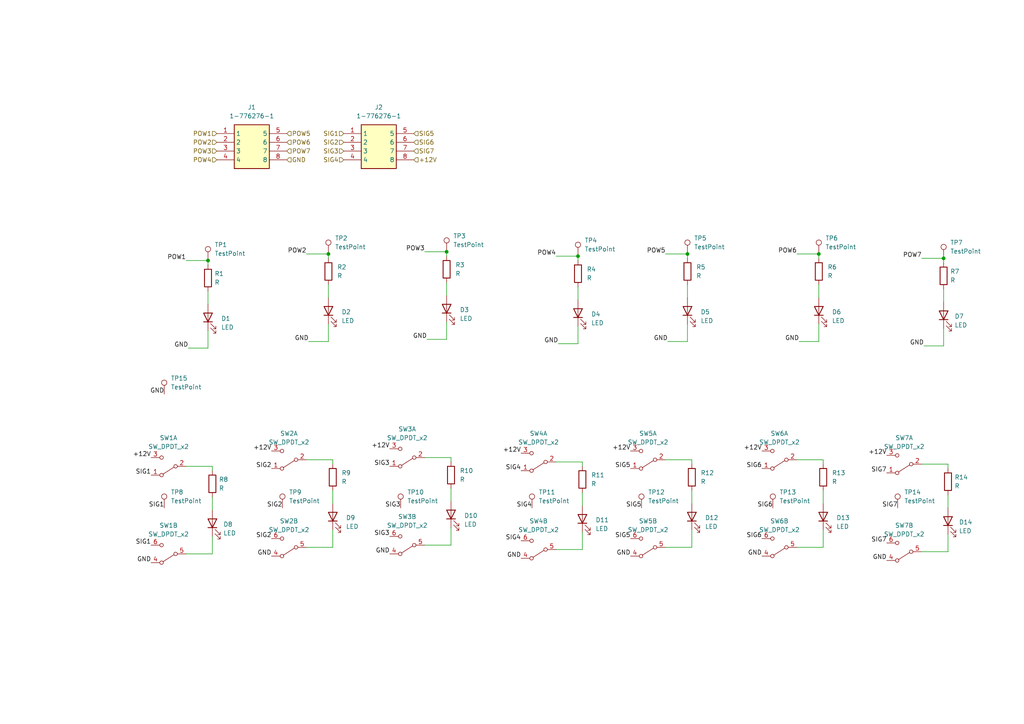
<source format=kicad_sch>
(kicad_sch (version 20230121) (generator eeschema)
  (paper "A4")
  (lib_symbols
    (symbol "1-776276-1:1-776276-1"
      (property "Reference" "J" (at 16.51 7.62 0))
      (property "Value" "1-776276-1" (at 16.51 5.08 0))
      (symbol "1-776276-1_1_1"
        (rectangle (start 5.08 2.54) (end 15.24 -10.16) (stroke (width 0.254)) (fill (type background)))
        (pin passive line (at 0 0 0) (length 5.08) (name "1") (number "1"))
        (pin passive line (at 0 -2.54 0) (length 5.08) (name "2") (number "2"))
        (pin passive line (at 0 -5.08 0) (length 5.08) (name "3") (number "3"))
        (pin passive line (at 0 -7.62 0) (length 5.08) (name "4") (number "4"))
        (pin passive line (at 20.32 0 180) (length 5.08) (name "5") (number "5"))
        (pin passive line (at 20.32 -2.54 180) (length 5.08) (name "6") (number "6"))
        (pin passive line (at 20.32 -5.08 180) (length 5.08) (name "7") (number "7"))
        (pin passive line (at 20.32 -7.62 180) (length 5.08) (name "8") (number "8"))
      )
    )
    (symbol "Connector:TestPoint" (pin_numbers hide) (pin_names (offset 0.762) hide)
      (property "Reference" "TP" (at 0 6.858 0))
      (property "Value" "TestPoint" (at 0 5.08 0))
      (symbol "TestPoint_0_1"
        (circle (center 0 3.302) (radius 0.762))
      )
      (symbol "TestPoint_1_1"
        (pin passive line (at 0 0 90) (length 2.54) (name "1") (number "1"))
      )
    )
    (symbol "Device:LED" (pin_numbers hide) (pin_names (offset 1.016) hide)
      (property "Reference" "D" (at 0 2.54 0))
      (property "Value" "LED" (at 0 -2.54 0))
      (symbol "LED_0_1"
        (polyline (pts (xy -1.27 -1.27) (xy -1.27 1.27)) (stroke (width 0.254)))
        (polyline (pts (xy -1.27 0) (xy 1.27 0)))
        (polyline (pts (xy 1.27 -1.27) (xy 1.27 1.27) (xy -1.27 0) (xy 1.27 -1.27)) (stroke (width 0.254)))
        (polyline (pts (xy -3.048 -0.762) (xy -4.572 -2.286) (xy -3.81 -2.286) (xy -4.572 -2.286) (xy -4.572 -1.524)))
        (polyline (pts (xy -1.778 -0.762) (xy -3.302 -2.286) (xy -2.54 -2.286) (xy -3.302 -2.286) (xy -3.302 -1.524)))
      )
      (symbol "LED_1_1"
        (pin passive line (at -3.81 0 0) (length 2.54) (name "K") (number "1"))
        (pin passive line (at 3.81 0 180) (length 2.54) (name "A") (number "2"))
      )
    )
    (symbol "Device:R" (pin_numbers hide) (pin_names (offset 0))
      (property "Reference" "R" (at 2.032 0 90))
      (property "Value" "R" (at 0 0 90))
      (symbol "R_0_1"
        (rectangle (start -1.016 -2.54) (end 1.016 2.54) (stroke (width 0.254)))
      )
      (symbol "R_1_1"
        (pin passive line (at 0 3.81 270) (length 1.27) (name "~") (number "1"))
        (pin passive line (at 0 -3.81 90) (length 1.27) (name "~") (number "2"))
      )
    )
    (symbol "Switch:SW_DPDT_x2" (pin_names (offset 0) hide)
      (property "Reference" "SW" (at 0 4.318 0))
      (property "Value" "SW_DPDT_x2" (at 0 -5.08 0))
      (symbol "SW_DPDT_x2_0_0"
        (circle (center -2.032 0) (radius 0.508))
        (circle (center 2.032 -2.54) (radius 0.508))
      )
      (symbol "SW_DPDT_x2_0_1"
        (polyline (pts (xy -1.524 0.254) (xy 1.651 2.286)))
        (circle (center 2.032 2.54) (radius 0.508))
      )
      (symbol "SW_DPDT_x2_1_1"
        (pin passive line (at 5.08 2.54 180) (length 2.54) (name "A") (number "1"))
        (pin passive line (at -5.08 0 0) (length 2.54) (name "B") (number "2"))
        (pin passive line (at 5.08 -2.54 180) (length 2.54) (name "C") (number "3"))
      )
      (symbol "SW_DPDT_x2_2_1"
        (pin passive line (at 5.08 2.54 180) (length 2.54) (name "A") (number "4"))
        (pin passive line (at -5.08 0 0) (length 2.54) (name "B") (number "5"))
        (pin passive line (at 5.08 -2.54 180) (length 2.54) (name "C") (number "6"))
      )
    )
  )
  (junction (at 60.325 75.565))
  (junction (at 129.54 73.025))
  (junction (at 167.64 74.295))
  (junction (at 273.685 74.93))
  (junction (at 95.25 73.66))
  (junction (at 199.39 73.66))
  (junction (at 237.49 73.66))
  (wire (pts (xy 129.54 93.345) (xy 129.54 98.425)))
  (wire (pts (xy 53.975 75.565) (xy 60.325 75.565)))
  (wire (pts (xy 274.955 143.51) (xy 274.955 147.32)))
  (wire (pts (xy 130.81 153.035) (xy 130.81 158.115)))
  (wire (pts (xy 130.81 141.605) (xy 130.81 145.415)))
  (wire (pts (xy 61.595 160.655) (xy 53.975 160.655)))
  (wire (pts (xy 168.91 133.985) (xy 168.91 135.255)))
  (wire (pts (xy 199.39 93.98) (xy 199.39 99.06)))
  (wire (pts (xy 167.64 83.185) (xy 167.64 86.995)))
  (wire (pts (xy 238.76 158.75) (xy 231.14 158.75)))
  (wire (pts (xy 193.04 73.66) (xy 199.39 73.66)))
  (wire (pts (xy 161.29 133.985) (xy 168.91 133.985)))
  (wire (pts (xy 129.54 81.915) (xy 129.54 85.725)))
  (wire (pts (xy 168.91 142.875) (xy 168.91 146.685)))
  (wire (pts (xy 238.76 133.35) (xy 238.76 134.62)))
  (wire (pts (xy 200.66 158.75) (xy 193.04 158.75)))
  (wire (pts (xy 96.52 142.24) (xy 96.52 146.05)))
  (wire (pts (xy 167.64 94.615) (xy 167.64 99.695)))
  (wire (pts (xy 274.955 160.02) (xy 267.335 160.02)))
  (wire (pts (xy 273.685 83.82) (xy 273.685 87.63)))
  (wire (pts (xy 123.19 73.025) (xy 129.54 73.025)))
  (wire (pts (xy 60.325 95.885) (xy 60.325 100.965)))
  (wire (pts (xy 53.975 135.255) (xy 61.595 135.255)))
  (wire (pts (xy 167.64 74.295) (xy 167.64 75.565)))
  (wire (pts (xy 89.535 99.06) (xy 95.25 99.06)))
  (wire (pts (xy 267.335 74.93) (xy 273.685 74.93)))
  (wire (pts (xy 237.49 93.98) (xy 237.49 99.06)))
  (wire (pts (xy 168.91 154.305) (xy 168.91 159.385)))
  (wire (pts (xy 61.595 144.145) (xy 61.595 147.955)))
  (wire (pts (xy 161.925 99.695) (xy 167.64 99.695)))
  (wire (pts (xy 274.955 134.62) (xy 274.955 135.89)))
  (wire (pts (xy 54.61 100.965) (xy 60.325 100.965)))
  (wire (pts (xy 237.49 73.66) (xy 237.49 74.93)))
  (wire (pts (xy 273.685 95.25) (xy 273.685 100.33)))
  (wire (pts (xy 193.04 133.35) (xy 200.66 133.35)))
  (wire (pts (xy 95.25 73.66) (xy 95.25 74.93)))
  (wire (pts (xy 274.955 154.94) (xy 274.955 160.02)))
  (wire (pts (xy 96.52 133.35) (xy 96.52 134.62)))
  (wire (pts (xy 168.91 159.385) (xy 161.29 159.385)))
  (wire (pts (xy 123.19 132.715) (xy 130.81 132.715)))
  (wire (pts (xy 129.54 73.025) (xy 129.54 74.295)))
  (wire (pts (xy 267.97 100.33) (xy 273.685 100.33)))
  (wire (pts (xy 96.52 153.67) (xy 96.52 158.75)))
  (wire (pts (xy 95.25 93.98) (xy 95.25 99.06)))
  (wire (pts (xy 238.76 153.67) (xy 238.76 158.75)))
  (wire (pts (xy 123.825 98.425) (xy 129.54 98.425)))
  (wire (pts (xy 231.14 73.66) (xy 237.49 73.66)))
  (wire (pts (xy 88.9 73.66) (xy 95.25 73.66)))
  (wire (pts (xy 267.335 134.62) (xy 274.955 134.62)))
  (wire (pts (xy 200.66 133.35) (xy 200.66 134.62)))
  (wire (pts (xy 130.81 158.115) (xy 123.19 158.115)))
  (wire (pts (xy 96.52 158.75) (xy 88.9 158.75)))
  (wire (pts (xy 60.325 84.455) (xy 60.325 88.265)))
  (wire (pts (xy 193.675 99.06) (xy 199.39 99.06)))
  (wire (pts (xy 238.76 142.24) (xy 238.76 146.05)))
  (wire (pts (xy 61.595 135.255) (xy 61.595 136.525)))
  (wire (pts (xy 231.14 133.35) (xy 238.76 133.35)))
  (wire (pts (xy 200.66 142.24) (xy 200.66 146.05)))
  (wire (pts (xy 237.49 82.55) (xy 237.49 86.36)))
  (wire (pts (xy 199.39 73.66) (xy 199.39 74.93)))
  (wire (pts (xy 61.595 155.575) (xy 61.595 160.655)))
  (wire (pts (xy 88.9 133.35) (xy 96.52 133.35)))
  (wire (pts (xy 231.775 99.06) (xy 237.49 99.06)))
  (wire (pts (xy 60.325 75.565) (xy 60.325 76.835)))
  (wire (pts (xy 130.81 132.715) (xy 130.81 133.985)))
  (wire (pts (xy 200.66 153.67) (xy 200.66 158.75)))
  (wire (pts (xy 95.25 82.55) (xy 95.25 86.36)))
  (wire (pts (xy 161.29 74.295) (xy 167.64 74.295)))
  (wire (pts (xy 199.39 82.55) (xy 199.39 86.36)))
  (wire (pts (xy 273.685 74.93) (xy 273.685 76.2)))
  (label "+12V" (at 182.88 130.81 180))
  (label "GND" (at 123.825 98.425 180))
  (label "GND" (at 231.775 99.06 180))
  (label "SIG2" (at 81.915 147.32 180))
  (label "POW4" (at 161.29 74.295 180))
  (label "+12V" (at 151.13 131.445 180))
  (label "SIG7" (at 260.35 147.32 180))
  (label "SIG3" (at 113.03 135.255 180))
  (label "+12V" (at 220.98 130.81 180))
  (label "POW6" (at 231.14 73.66 180))
  (label "SIG7" (at 257.175 137.16 180))
  (label "SIG6" (at 224.155 147.32 180))
  (label "SIG4" (at 151.13 156.845 180))
  (label "GND" (at 220.98 161.29 180))
  (label "POW7" (at 267.335 74.93 180))
  (label "GND" (at 151.13 161.925 180))
  (label "+12V" (at 113.03 130.175 180))
  (label "GND" (at 89.535 99.06 180))
  (label "SIG4" (at 154.305 147.32 180))
  (label "+12V" (at 257.175 132.08 180))
  (label "SIG2" (at 78.74 135.89 180))
  (label "SIG6" (at 220.98 156.21 180))
  (label "GND" (at 47.625 114.3 180))
  (label "POW3" (at 123.19 73.025 180))
  (label "SIG6" (at 220.98 135.89 180))
  (label "SIG5" (at 182.88 135.89 180))
  (label "GND" (at 193.675 99.06 180))
  (label "SIG1" (at 43.815 137.795 180))
  (label "GND" (at 182.88 161.29 180))
  (label "POW2" (at 88.9 73.66 180))
  (label "SIG1" (at 43.815 158.115 180))
  (label "SIG5" (at 186.055 147.32 180))
  (label "GND" (at 257.175 162.56 180))
  (label "SIG5" (at 182.88 156.21 180))
  (label "GND" (at 267.97 100.33 180))
  (label "+12V" (at 78.74 130.81 180))
  (label "SIG7" (at 257.175 157.48 180))
  (label "SIG3" (at 116.205 147.32 180))
  (label "GND" (at 78.74 161.29 180))
  (label "SIG1" (at 47.625 147.32 180))
  (label "POW5" (at 193.04 73.66 180))
  (label "GND" (at 54.61 100.965 180))
  (label "SIG2" (at 78.74 156.21 180))
  (label "GND" (at 113.03 160.655 180))
  (label "SIG4" (at 151.13 136.525 180))
  (label "GND" (at 161.925 99.695 180))
  (label "+12V" (at 43.815 132.715 180))
  (label "GND" (at 43.815 163.195 180))
  (label "POW1" (at 53.975 75.565 180))
  (label "SIG3" (at 113.03 155.575 180))
  (hierarchical_label "POW7" (shape input) (at 83.185 43.815 0))
  (hierarchical_label "SIG3" (shape input) (at 99.695 43.815 180))
  (hierarchical_label "GND" (shape input) (at 83.185 46.355 0))
  (hierarchical_label "SIG5" (shape input) (at 120.015 38.735 0))
  (hierarchical_label "SIG1" (shape input) (at 99.695 38.735 180))
  (hierarchical_label "+12V" (shape input) (at 120.015 46.355 0))
  (hierarchical_label "POW5" (shape input) (at 83.185 38.735 0))
  (hierarchical_label "POW2" (shape input) (at 62.865 41.275 180))
  (hierarchical_label "POW6" (shape input) (at 83.185 41.275 0))
  (hierarchical_label "SIG7" (shape input) (at 120.015 43.815 0))
  (hierarchical_label "POW1" (shape input) (at 62.865 38.735 180))
  (hierarchical_label "SIG6" (shape input) (at 120.015 41.275 0))
  (hierarchical_label "SIG4" (shape input) (at 99.695 46.355 180))
  (hierarchical_label "SIG2" (shape input) (at 99.695 41.275 180))
  (hierarchical_label "POW3" (shape input) (at 62.865 43.815 180))
  (hierarchical_label "POW4" (shape input) (at 62.865 46.355 180))
  (symbol (lib_id "Switch:SW_DPDT_x2") (at 187.96 133.35 180) (unit 1)
    (property "Reference" "SW5" (at 187.96 125.73 0))
    (property "Value" "SW_DPDT_x2" (at 187.96 128.27 0))
    (property "Footprint" "relaybox_indicator_leds:MP004696" (effects hide))
  )
  (symbol (lib_id "Connector:TestPoint") (at 167.64 74.295 0) (unit 1)
    (property "Reference" "TP4" (at 169.545 69.723 0) (effects (justify left)))
    (property "Value" "TestPoint" (at 169.545 72.263 0) (effects (justify left)))
    (property "Footprint" "TestPoint:TestPoint_THTPad_D3.0mm_Drill1.5mm" (effects hide))
  )
  (symbol (lib_id "Connector:TestPoint") (at 237.49 73.66 0) (unit 1)
    (property "Reference" "TP6" (at 239.395 69.088 0) (effects (justify left)))
    (property "Value" "TestPoint" (at 239.395 71.628 0) (effects (justify left)))
    (property "Footprint" "TestPoint:TestPoint_THTPad_D3.0mm_Drill1.5mm" (effects hide))
  )
  (symbol (lib_id "Connector:TestPoint") (at 95.25 73.66 0) (unit 1)
    (property "Reference" "TP2" (at 97.155 69.088 0) (effects (justify left)))
    (property "Value" "TestPoint" (at 97.155 71.628 0) (effects (justify left)))
    (property "Footprint" "TestPoint:TestPoint_THTPad_D3.0mm_Drill1.5mm" (effects hide))
  )
  (symbol (lib_id "Device:LED") (at 61.595 151.765 90) (unit 1)
    (property "Reference" "D8" (at 64.77 152.0825 90) (effects (justify right)))
    (property "Value" "LED" (at 64.77 154.6225 90) (effects (justify right)))
    (property "Footprint" "LED_THT:LED_D5.0mm" (effects hide))
  )
  (symbol (lib_id "Switch:SW_DPDT_x2") (at 156.21 133.985 180) (unit 1)
    (property "Reference" "SW4" (at 156.21 125.73 0))
    (property "Value" "SW_DPDT_x2" (at 156.21 128.27 0))
    (property "Footprint" "relaybox_indicator_leds:MP004696" (effects hide))
  )
  (symbol (lib_id "Device:R") (at 237.49 78.74 0) (unit 1)
    (property "Reference" "R6" (at 240.03 77.47 0) (effects (justify left)))
    (property "Value" "R" (at 240.03 80.01 0) (effects (justify left)))
    (property "Footprint" "Resistor_THT:R_Axial_DIN0207_L6.3mm_D2.5mm_P10.16mm_Horizontal" (effects hide))
  )
  (symbol (lib_id "Switch:SW_DPDT_x2") (at 48.895 160.655 180) (unit 2)
    (property "Reference" "SW1" (at 48.895 152.4 0))
    (property "Value" "SW_DPDT_x2" (at 48.895 154.94 0))
    (property "Footprint" "relaybox_indicator_leds:MP004696" (effects hide))
  )
  (symbol (lib_id "Device:LED") (at 168.91 150.495 90) (unit 1)
    (property "Reference" "D11" (at 172.72 150.8125 90) (effects (justify right)))
    (property "Value" "LED" (at 172.72 153.3525 90) (effects (justify right)))
    (property "Footprint" "LED_THT:LED_D5.0mm" (effects hide))
  )
  (symbol (lib_id "Connector:TestPoint") (at 60.325 75.565 0) (unit 1)
    (property "Reference" "TP1" (at 62.23 70.993 0) (effects (justify left)))
    (property "Value" "TestPoint" (at 62.23 73.533 0) (effects (justify left)))
    (property "Footprint" "TestPoint:TestPoint_THTPad_D3.0mm_Drill1.5mm" (effects hide))
  )
  (symbol (lib_id "Device:LED") (at 273.685 91.44 90) (unit 1)
    (property "Reference" "D7" (at 276.86 91.7575 90) (effects (justify right)))
    (property "Value" "LED" (at 276.86 94.2975 90) (effects (justify right)))
    (property "Footprint" "LED_THT:LED_D5.0mm" (effects hide))
  )
  (symbol (lib_id "Device:R") (at 60.325 80.645 0) (unit 1)
    (property "Reference" "R1" (at 62.23 79.375 0) (effects (justify left)))
    (property "Value" "R" (at 62.23 81.915 0) (effects (justify left)))
    (property "Footprint" "Resistor_THT:R_Axial_DIN0207_L6.3mm_D2.5mm_P10.16mm_Horizontal" (effects hide))
  )
  (symbol (lib_id "Device:LED") (at 237.49 90.17 90) (unit 1)
    (property "Reference" "D6" (at 241.3 90.4875 90) (effects (justify right)))
    (property "Value" "LED" (at 241.3 93.0275 90) (effects (justify right)))
    (property "Footprint" "LED_THT:LED_D5.0mm" (effects hide))
  )
  (symbol (lib_id "Device:LED") (at 95.25 90.17 90) (unit 1)
    (property "Reference" "D2" (at 99.06 90.4875 90) (effects (justify right)))
    (property "Value" "LED" (at 99.06 93.0275 90) (effects (justify right)))
    (property "Footprint" "LED_THT:LED_D5.0mm" (effects hide))
  )
  (symbol (lib_id "Device:LED") (at 167.64 90.805 90) (unit 1)
    (property "Reference" "D4" (at 171.45 91.1225 90) (effects (justify right)))
    (property "Value" "LED" (at 171.45 93.6625 90) (effects (justify right)))
    (property "Footprint" "LED_THT:LED_D5.0mm" (effects hide))
  )
  (symbol (lib_id "Switch:SW_DPDT_x2") (at 262.255 160.02 180) (unit 2)
    (property "Reference" "SW7" (at 262.255 152.4 0))
    (property "Value" "SW_DPDT_x2" (at 262.255 154.94 0))
    (property "Footprint" "relaybox_indicator_leds:MP004696" (effects hide))
  )
  (symbol (lib_id "Device:LED") (at 129.54 89.535 90) (unit 1)
    (property "Reference" "D3" (at 133.35 89.8525 90) (effects (justify right)))
    (property "Value" "LED" (at 133.35 92.3925 90) (effects (justify right)))
    (property "Footprint" "LED_THT:LED_D5.0mm" (effects hide))
  )
  (symbol (lib_id "Device:R") (at 129.54 78.105 0) (unit 1)
    (property "Reference" "R3" (at 132.08 76.835 0) (effects (justify left)))
    (property "Value" "R" (at 132.08 79.375 0) (effects (justify left)))
    (property "Footprint" "Resistor_THT:R_Axial_DIN0207_L6.3mm_D2.5mm_P10.16mm_Horizontal" (effects hide))
  )
  (symbol (lib_id "Device:LED") (at 130.81 149.225 90) (unit 1)
    (property "Reference" "D10" (at 134.62 149.5425 90) (effects (justify right)))
    (property "Value" "LED" (at 134.62 152.0825 90) (effects (justify right)))
    (property "Footprint" "LED_THT:LED_D5.0mm" (effects hide))
  )
  (symbol (lib_id "Connector:TestPoint") (at 47.625 114.3 0) (unit 1)
    (property "Reference" "TP15" (at 49.53 109.728 0) (effects (justify left)))
    (property "Value" "TestPoint" (at 49.53 112.268 0) (effects (justify left)))
    (property "Footprint" "TestPoint:TestPoint_THTPad_D3.0mm_Drill1.5mm" (effects hide))
  )
  (symbol (lib_id "Device:R") (at 168.91 139.065 0) (unit 1)
    (property "Reference" "R11" (at 171.45 137.795 0) (effects (justify left)))
    (property "Value" "R" (at 171.45 140.335 0) (effects (justify left)))
    (property "Footprint" "Resistor_THT:R_Axial_DIN0207_L6.3mm_D2.5mm_P10.16mm_Horizontal" (effects hide))
  )
  (symbol (lib_id "Connector:TestPoint") (at 47.625 147.32 0) (unit 1)
    (property "Reference" "TP8" (at 49.53 142.748 0) (effects (justify left)))
    (property "Value" "TestPoint" (at 49.53 145.288 0) (effects (justify left)))
    (property "Footprint" "TestPoint:TestPoint_THTPad_D3.0mm_Drill1.5mm" (effects hide))
  )
  (symbol (lib_id "Device:R") (at 199.39 78.74 0) (unit 1)
    (property "Reference" "R5" (at 201.93 77.47 0) (effects (justify left)))
    (property "Value" "R" (at 201.93 80.01 0) (effects (justify left)))
    (property "Footprint" "Resistor_THT:R_Axial_DIN0207_L6.3mm_D2.5mm_P10.16mm_Horizontal" (effects hide))
  )
  (symbol (lib_id "Device:LED") (at 200.66 149.86 90) (unit 1)
    (property "Reference" "D12" (at 204.47 150.1775 90) (effects (justify right)))
    (property "Value" "LED" (at 204.47 152.7175 90) (effects (justify right)))
    (property "Footprint" "LED_THT:LED_D5.0mm" (effects hide))
  )
  (symbol (lib_id "Device:R") (at 167.64 79.375 0) (unit 1)
    (property "Reference" "R4" (at 170.18 78.105 0) (effects (justify left)))
    (property "Value" "R" (at 170.18 80.645 0) (effects (justify left)))
    (property "Footprint" "Resistor_THT:R_Axial_DIN0207_L6.3mm_D2.5mm_P10.16mm_Horizontal" (effects hide))
  )
  (symbol (lib_id "Connector:TestPoint") (at 154.305 147.32 0) (unit 1)
    (property "Reference" "TP11" (at 156.21 142.748 0) (effects (justify left)))
    (property "Value" "TestPoint" (at 156.21 145.288 0) (effects (justify left)))
    (property "Footprint" "TestPoint:TestPoint_THTPad_D3.0mm_Drill1.5mm" (effects hide))
  )
  (symbol (lib_id "Device:R") (at 95.25 78.74 0) (unit 1)
    (property "Reference" "R2" (at 97.79 77.47 0) (effects (justify left)))
    (property "Value" "R" (at 97.79 80.01 0) (effects (justify left)))
    (property "Footprint" "Resistor_THT:R_Axial_DIN0207_L6.3mm_D2.5mm_P10.16mm_Horizontal" (effects hide))
  )
  (symbol (lib_id "Device:R") (at 238.76 138.43 0) (unit 1)
    (property "Reference" "R13" (at 241.3 137.16 0) (effects (justify left)))
    (property "Value" "R" (at 241.3 139.7 0) (effects (justify left)))
    (property "Footprint" "Resistor_THT:R_Axial_DIN0207_L6.3mm_D2.5mm_P10.16mm_Horizontal" (effects hide))
  )
  (symbol (lib_id "Device:R") (at 274.955 139.7 0) (unit 1)
    (property "Reference" "R14" (at 276.86 138.43 0) (effects (justify left)))
    (property "Value" "R" (at 276.86 140.97 0) (effects (justify left)))
    (property "Footprint" "Resistor_THT:R_Axial_DIN0207_L6.3mm_D2.5mm_P10.16mm_Horizontal" (effects hide))
  )
  (symbol (lib_id "Device:R") (at 130.81 137.795 0) (unit 1)
    (property "Reference" "R10" (at 133.35 136.525 0) (effects (justify left)))
    (property "Value" "R" (at 133.35 139.065 0) (effects (justify left)))
    (property "Footprint" "Resistor_THT:R_Axial_DIN0207_L6.3mm_D2.5mm_P10.16mm_Horizontal" (effects hide))
  )
  (symbol (lib_id "Device:R") (at 273.685 80.01 0) (unit 1)
    (property "Reference" "R7" (at 275.59 78.74 0) (effects (justify left)))
    (property "Value" "R" (at 275.59 81.28 0) (effects (justify left)))
    (property "Footprint" "Resistor_THT:R_Axial_DIN0207_L6.3mm_D2.5mm_P10.16mm_Horizontal" (effects hide))
  )
  (symbol (lib_id "Connector:TestPoint") (at 199.39 73.66 0) (unit 1)
    (property "Reference" "TP5" (at 201.295 69.088 0) (effects (justify left)))
    (property "Value" "TestPoint" (at 201.295 71.628 0) (effects (justify left)))
    (property "Footprint" "TestPoint:TestPoint_THTPad_D3.0mm_Drill1.5mm" (effects hide))
  )
  (symbol (lib_id "Device:R") (at 61.595 140.335 0) (unit 1)
    (property "Reference" "R8" (at 63.5 139.065 0) (effects (justify left)))
    (property "Value" "R" (at 63.5 141.605 0) (effects (justify left)))
    (property "Footprint" "Resistor_THT:R_Axial_DIN0207_L6.3mm_D2.5mm_P10.16mm_Horizontal" (effects hide))
  )
  (symbol (lib_id "Connector:TestPoint") (at 81.915 147.32 0) (unit 1)
    (property "Reference" "TP9" (at 83.82 142.748 0) (effects (justify left)))
    (property "Value" "TestPoint" (at 83.82 145.288 0) (effects (justify left)))
    (property "Footprint" "TestPoint:TestPoint_THTPad_D3.0mm_Drill1.5mm" (effects hide))
  )
  (symbol (lib_id "Switch:SW_DPDT_x2") (at 48.895 135.255 180) (unit 1)
    (property "Reference" "SW1" (at 48.895 127 0))
    (property "Value" "SW_DPDT_x2" (at 48.895 129.54 0))
    (property "Footprint" "relaybox_indicator_leds:MP004696" (effects hide))
  )
  (symbol (lib_id "Switch:SW_DPDT_x2") (at 83.82 133.35 180) (unit 1)
    (property "Reference" "SW2" (at 83.82 125.73 0))
    (property "Value" "SW_DPDT_x2" (at 83.82 128.27 0))
    (property "Footprint" "relaybox_indicator_leds:MP004696" (effects hide))
  )
  (symbol (lib_id "Switch:SW_DPDT_x2") (at 118.11 158.115 180) (unit 2)
    (property "Reference" "SW3" (at 118.11 149.86 0))
    (property "Value" "SW_DPDT_x2" (at 118.11 152.4 0))
    (property "Footprint" "relaybox_indicator_leds:MP004696" (effects hide))
  )
  (symbol (lib_id "Connector:TestPoint") (at 116.205 147.32 0) (unit 1)
    (property "Reference" "TP10" (at 118.11 142.748 0) (effects (justify left)))
    (property "Value" "TestPoint" (at 118.11 145.288 0) (effects (justify left)))
    (property "Footprint" "TestPoint:TestPoint_THTPad_D3.0mm_Drill1.5mm" (effects hide))
  )
  (symbol (lib_id "Switch:SW_DPDT_x2") (at 83.82 158.75 180) (unit 2)
    (property "Reference" "SW2" (at 83.82 151.13 0))
    (property "Value" "SW_DPDT_x2" (at 83.82 153.67 0))
    (property "Footprint" "relaybox_indicator_leds:MP004696" (effects hide))
  )
  (symbol (lib_id "Device:LED") (at 60.325 92.075 90) (unit 1)
    (property "Reference" "D1" (at 64.135 92.3925 90) (effects (justify right)))
    (property "Value" "LED" (at 64.135 94.9325 90) (effects (justify right)))
    (property "Footprint" "LED_THT:LED_D5.0mm" (effects hide))
  )
  (symbol (lib_id "Connector:TestPoint") (at 273.685 74.93 0) (unit 1)
    (property "Reference" "TP7" (at 275.59 70.358 0) (effects (justify left)))
    (property "Value" "TestPoint" (at 275.59 72.898 0) (effects (justify left)))
    (property "Footprint" "TestPoint:TestPoint_THTPad_D3.0mm_Drill1.5mm" (effects hide))
  )
  (symbol (lib_id "Switch:SW_DPDT_x2") (at 118.11 132.715 180) (unit 1)
    (property "Reference" "SW3" (at 118.11 124.46 0))
    (property "Value" "SW_DPDT_x2" (at 118.11 127 0))
    (property "Footprint" "relaybox_indicator_leds:MP004696" (effects hide))
  )
  (symbol (lib_id "Device:LED") (at 199.39 90.17 90) (unit 1)
    (property "Reference" "D5" (at 203.2 90.4875 90) (effects (justify right)))
    (property "Value" "LED" (at 203.2 93.0275 90) (effects (justify right)))
    (property "Footprint" "LED_THT:LED_D5.0mm" (effects hide))
  )
  (symbol (lib_id "Device:LED") (at 238.76 149.86 90) (unit 1)
    (property "Reference" "D13" (at 242.57 150.1775 90) (effects (justify right)))
    (property "Value" "LED" (at 242.57 152.7175 90) (effects (justify right)))
    (property "Footprint" "LED_THT:LED_D5.0mm" (effects hide))
  )
  (symbol (lib_id "1-776276-1:1-776276-1") (at 62.865 38.735 0) (unit 1)
    (property "Reference" "J1" (at 73.025 31.115 0))
    (property "Value" "1-776276-1" (at 73.025 33.655 0))
    (property "Footprint" "relaybox_indicator_leds:17762761" (effects hide))
    (property "Datasheet" "https://www.te.com/commerce/DocumentDelivery/DDEController?Action=showdoc&DocId=Customer+Drawing%7F776276%7FB13%7Fpdf%7FEnglish%7FENG_CD_776276_B13.pdf%7F1-776276-1" (effects hide))
    (property "Height" "34.5" (effects hide))
    (property "Mouser Part Number" "571-1-776276-1" (effects hide))
    (property "Mouser Price/Stock" "https://www.mouser.co.uk/ProductDetail/TE-Connectivity/1-776276-1?qs=tLAa1RwIH6eacV5dgZ5i1g%3D%3D" (effects hide))
    (property "Manufacturer_Name" "TE Connectivity" (effects hide))
    (property "Manufacturer_Part_Number" "1-776276-1" (effects hide))
  )
  (symbol (lib_id "Connector:TestPoint") (at 129.54 73.025 0) (unit 1)
    (property "Reference" "TP3" (at 131.445 68.453 0) (effects (justify left)))
    (property "Value" "TestPoint" (at 131.445 70.993 0) (effects (justify left)))
    (property "Footprint" "TestPoint:TestPoint_THTPad_D3.0mm_Drill1.5mm" (effects hide))
  )
  (symbol (lib_id "Device:LED") (at 96.52 149.86 90) (unit 1)
    (property "Reference" "D9" (at 100.33 150.1775 90) (effects (justify right)))
    (property "Value" "LED" (at 100.33 152.7175 90) (effects (justify right)))
    (property "Footprint" "LED_THT:LED_D5.0mm" (effects hide))
  )
  (symbol (lib_id "Switch:SW_DPDT_x2") (at 187.96 158.75 180) (unit 2)
    (property "Reference" "SW5" (at 187.96 151.13 0))
    (property "Value" "SW_DPDT_x2" (at 187.96 153.67 0))
    (property "Footprint" "relaybox_indicator_leds:MP004696" (effects hide))
  )
  (symbol (lib_id "Connector:TestPoint") (at 186.055 147.32 0) (unit 1)
    (property "Reference" "TP12" (at 187.96 142.748 0) (effects (justify left)))
    (property "Value" "TestPoint" (at 187.96 145.288 0) (effects (justify left)))
    (property "Footprint" "TestPoint:TestPoint_THTPad_D3.0mm_Drill1.5mm" (effects hide))
  )
  (symbol (lib_id "Connector:TestPoint") (at 260.35 147.32 0) (unit 1)
    (property "Reference" "TP14" (at 262.255 142.748 0) (effects (justify left)))
    (property "Value" "TestPoint" (at 262.255 145.288 0) (effects (justify left)))
    (property "Footprint" "TestPoint:TestPoint_THTPad_D3.0mm_Drill1.5mm" (effects hide))
  )
  (symbol (lib_id "Device:LED") (at 274.955 151.13 90) (unit 1)
    (property "Reference" "D14" (at 278.13 151.4475 90) (effects (justify right)))
    (property "Value" "LED" (at 278.13 153.9875 90) (effects (justify right)))
    (property "Footprint" "LED_THT:LED_D5.0mm" (effects hide))
  )
  (symbol (lib_id "Switch:SW_DPDT_x2") (at 226.06 158.75 180) (unit 2)
    (property "Reference" "SW6" (at 226.06 151.13 0))
    (property "Value" "SW_DPDT_x2" (at 226.06 153.67 0))
    (property "Footprint" "relaybox_indicator_leds:MP004696" (effects hide))
  )
  (symbol (lib_id "1-776276-1:1-776276-1") (at 99.695 38.735 0) (unit 1)
    (property "Reference" "J2" (at 109.855 31.115 0))
    (property "Value" "1-776276-1" (at 109.855 33.655 0))
    (property "Footprint" "relaybox_indicator_leds:17762761" (effects hide))
    (property "Datasheet" "https://www.te.com/commerce/DocumentDelivery/DDEController?Action=showdoc&DocId=Customer+Drawing%7F776276%7FB13%7Fpdf%7FEnglish%7FENG_CD_776276_B13.pdf%7F1-776276-1" (effects hide))
    (property "Height" "34.5" (effects hide))
    (property "Mouser Part Number" "571-1-776276-1" (effects hide))
    (property "Mouser Price/Stock" "https://www.mouser.co.uk/ProductDetail/TE-Connectivity/1-776276-1?qs=tLAa1RwIH6eacV5dgZ5i1g%3D%3D" (effects hide))
    (property "Manufacturer_Name" "TE Connectivity" (effects hide))
    (property "Manufacturer_Part_Number" "1-776276-1" (effects hide))
  )
  (symbol (lib_id "Device:R") (at 96.52 138.43 0) (unit 1)
    (property "Reference" "R9" (at 99.06 137.16 0) (effects (justify left)))
    (property "Value" "R" (at 99.06 139.7 0) (effects (justify left)))
    (property "Footprint" "Resistor_THT:R_Axial_DIN0207_L6.3mm_D2.5mm_P10.16mm_Horizontal" (effects hide))
  )
  (symbol (lib_id "Switch:SW_DPDT_x2") (at 226.06 133.35 180) (unit 1)
    (property "Reference" "SW6" (at 226.06 125.73 0))
    (property "Value" "SW_DPDT_x2" (at 226.06 128.27 0))
    (property "Footprint" "relaybox_indicator_leds:MP004696" (effects hide))
  )
  (symbol (lib_id "Switch:SW_DPDT_x2") (at 156.21 159.385 180) (unit 2)
    (property "Reference" "SW4" (at 156.21 151.13 0))
    (property "Value" "SW_DPDT_x2" (at 156.21 153.67 0))
    (property "Footprint" "relaybox_indicator_leds:MP004696" (effects hide))
  )
  (symbol (lib_id "Switch:SW_DPDT_x2") (at 262.255 134.62 180) (unit 1)
    (property "Reference" "SW7" (at 262.255 127 0))
    (property "Value" "SW_DPDT_x2" (at 262.255 129.54 0))
    (property "Footprint" "relaybox_indicator_leds:MP004696" (effects hide))
  )
  (symbol (lib_id "Connector:TestPoint") (at 224.155 147.32 0) (unit 1)
    (property "Reference" "TP13" (at 226.06 142.748 0) (effects (justify left)))
    (property "Value" "TestPoint" (at 226.06 145.288 0) (effects (justify left)))
    (property "Footprint" "TestPoint:TestPoint_THTPad_D3.0mm_Drill1.5mm" (effects hide))
  )
  (symbol (lib_id "Device:R") (at 200.66 138.43 0) (unit 1)
    (property "Reference" "R12" (at 203.2 137.16 0) (effects (justify left)))
    (property "Value" "R" (at 203.2 139.7 0) (effects (justify left)))
    (property "Footprint" "Resistor_THT:R_Axial_DIN0207_L6.3mm_D2.5mm_P10.16mm_Horizontal" (effects hide))
  )
)
</source>
